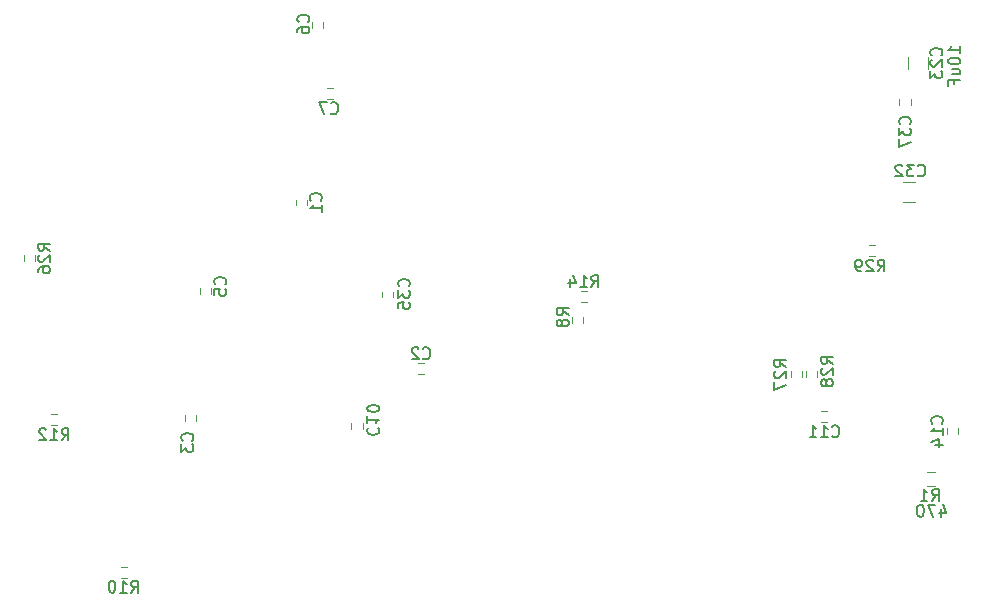
<source format=gbo>
G04 #@! TF.GenerationSoftware,KiCad,Pcbnew,(5.1.2)-1*
G04 #@! TF.CreationDate,2020-02-06T13:24:46+09:00*
G04 #@! TF.ProjectId,o2_breakout,6f325f62-7265-4616-9b6f-75742e6b6963,rev?*
G04 #@! TF.SameCoordinates,Original*
G04 #@! TF.FileFunction,Legend,Bot*
G04 #@! TF.FilePolarity,Positive*
%FSLAX46Y46*%
G04 Gerber Fmt 4.6, Leading zero omitted, Abs format (unit mm)*
G04 Created by KiCad (PCBNEW (5.1.2)-1) date 2020-02-06 13:24:46*
%MOMM*%
%LPD*%
G04 APERTURE LIST*
%ADD10C,0.120000*%
%ADD11C,0.150000*%
G04 APERTURE END LIST*
D10*
X173879700Y-94272000D02*
X174379700Y-94272000D01*
X174379700Y-95212000D02*
X173879700Y-95212000D01*
X169532400Y-104944100D02*
X169532400Y-105444100D01*
X168592400Y-105444100D02*
X168592400Y-104944100D01*
X168262400Y-104944100D02*
X168262400Y-105444100D01*
X167322400Y-105444100D02*
X167322400Y-104944100D01*
X111044800Y-122466200D02*
X110544800Y-122466200D01*
X110544800Y-121526200D02*
X111044800Y-121526200D01*
X103314600Y-95152400D02*
X103314600Y-95652400D01*
X102374600Y-95652400D02*
X102374600Y-95152400D01*
X148780400Y-100864480D02*
X148780400Y-100364480D01*
X149720400Y-100364480D02*
X149720400Y-100864480D01*
X150059200Y-99123600D02*
X149559200Y-99123600D01*
X149559200Y-98183600D02*
X150059200Y-98183600D01*
X105152000Y-109563000D02*
X104652000Y-109563000D01*
X104652000Y-108623000D02*
X105152000Y-108623000D01*
X178796200Y-114709500D02*
X179496200Y-114709500D01*
X179496200Y-113509500D02*
X178796200Y-113509500D01*
X126776380Y-75888660D02*
X126776380Y-75388660D01*
X127716380Y-75388660D02*
X127716380Y-75888660D01*
X178865900Y-78379700D02*
X178865900Y-79379700D01*
X177165900Y-79379700D02*
X177165900Y-78379700D01*
X176481640Y-82446940D02*
X176481640Y-81946940D01*
X177421640Y-81946940D02*
X177421640Y-82446940D01*
X132702200Y-98725800D02*
X132702200Y-98225800D01*
X133642200Y-98225800D02*
X133642200Y-98725800D01*
X177774220Y-90677100D02*
X176774220Y-90677100D01*
X176774220Y-88977100D02*
X177774220Y-88977100D01*
X135716200Y-104305000D02*
X136216200Y-104305000D01*
X136216200Y-105245000D02*
X135716200Y-105245000D01*
X126314300Y-90436800D02*
X126314300Y-90936800D01*
X125374300Y-90936800D02*
X125374300Y-90436800D01*
X180517700Y-110295500D02*
X180517700Y-109795500D01*
X181457700Y-109795500D02*
X181457700Y-110295500D01*
X170383100Y-109309000D02*
X169883100Y-109309000D01*
X169883100Y-108369000D02*
X170383100Y-108369000D01*
X131026000Y-109385200D02*
X131026000Y-109885200D01*
X130086000Y-109885200D02*
X130086000Y-109385200D01*
X117259000Y-98408300D02*
X117259000Y-97908300D01*
X118199000Y-97908300D02*
X118199000Y-98408300D01*
X128494600Y-81965900D02*
X127994600Y-81965900D01*
X127994600Y-81025900D02*
X128494600Y-81025900D01*
X115976300Y-109177900D02*
X115976300Y-108677900D01*
X116916300Y-108677900D02*
X116916300Y-109177900D01*
D11*
X174645557Y-96515180D02*
X174978890Y-96038990D01*
X175216985Y-96515180D02*
X175216985Y-95515180D01*
X174836033Y-95515180D01*
X174740795Y-95562800D01*
X174693176Y-95610419D01*
X174645557Y-95705657D01*
X174645557Y-95848514D01*
X174693176Y-95943752D01*
X174740795Y-95991371D01*
X174836033Y-96038990D01*
X175216985Y-96038990D01*
X174264604Y-95610419D02*
X174216985Y-95562800D01*
X174121747Y-95515180D01*
X173883652Y-95515180D01*
X173788414Y-95562800D01*
X173740795Y-95610419D01*
X173693176Y-95705657D01*
X173693176Y-95800895D01*
X173740795Y-95943752D01*
X174312223Y-96515180D01*
X173693176Y-96515180D01*
X173216985Y-96515180D02*
X173026509Y-96515180D01*
X172931271Y-96467561D01*
X172883652Y-96419942D01*
X172788414Y-96277085D01*
X172740795Y-96086609D01*
X172740795Y-95705657D01*
X172788414Y-95610419D01*
X172836033Y-95562800D01*
X172931271Y-95515180D01*
X173121747Y-95515180D01*
X173216985Y-95562800D01*
X173264604Y-95610419D01*
X173312223Y-95705657D01*
X173312223Y-95943752D01*
X173264604Y-96038990D01*
X173216985Y-96086609D01*
X173121747Y-96134228D01*
X172931271Y-96134228D01*
X172836033Y-96086609D01*
X172788414Y-96038990D01*
X172740795Y-95943752D01*
X170848280Y-104335342D02*
X170372090Y-104002009D01*
X170848280Y-103763914D02*
X169848280Y-103763914D01*
X169848280Y-104144866D01*
X169895900Y-104240104D01*
X169943519Y-104287723D01*
X170038757Y-104335342D01*
X170181614Y-104335342D01*
X170276852Y-104287723D01*
X170324471Y-104240104D01*
X170372090Y-104144866D01*
X170372090Y-103763914D01*
X169943519Y-104716295D02*
X169895900Y-104763914D01*
X169848280Y-104859152D01*
X169848280Y-105097247D01*
X169895900Y-105192485D01*
X169943519Y-105240104D01*
X170038757Y-105287723D01*
X170133995Y-105287723D01*
X170276852Y-105240104D01*
X170848280Y-104668676D01*
X170848280Y-105287723D01*
X170276852Y-105859152D02*
X170229233Y-105763914D01*
X170181614Y-105716295D01*
X170086376Y-105668676D01*
X170038757Y-105668676D01*
X169943519Y-105716295D01*
X169895900Y-105763914D01*
X169848280Y-105859152D01*
X169848280Y-106049628D01*
X169895900Y-106144866D01*
X169943519Y-106192485D01*
X170038757Y-106240104D01*
X170086376Y-106240104D01*
X170181614Y-106192485D01*
X170229233Y-106144866D01*
X170276852Y-106049628D01*
X170276852Y-105859152D01*
X170324471Y-105763914D01*
X170372090Y-105716295D01*
X170467328Y-105668676D01*
X170657804Y-105668676D01*
X170753042Y-105716295D01*
X170800661Y-105763914D01*
X170848280Y-105859152D01*
X170848280Y-106049628D01*
X170800661Y-106144866D01*
X170753042Y-106192485D01*
X170657804Y-106240104D01*
X170467328Y-106240104D01*
X170372090Y-106192485D01*
X170324471Y-106144866D01*
X170276852Y-106049628D01*
X166860480Y-104614742D02*
X166384290Y-104281409D01*
X166860480Y-104043314D02*
X165860480Y-104043314D01*
X165860480Y-104424266D01*
X165908100Y-104519504D01*
X165955719Y-104567123D01*
X166050957Y-104614742D01*
X166193814Y-104614742D01*
X166289052Y-104567123D01*
X166336671Y-104519504D01*
X166384290Y-104424266D01*
X166384290Y-104043314D01*
X165955719Y-104995695D02*
X165908100Y-105043314D01*
X165860480Y-105138552D01*
X165860480Y-105376647D01*
X165908100Y-105471885D01*
X165955719Y-105519504D01*
X166050957Y-105567123D01*
X166146195Y-105567123D01*
X166289052Y-105519504D01*
X166860480Y-104948076D01*
X166860480Y-105567123D01*
X165860480Y-105900457D02*
X165860480Y-106567123D01*
X166860480Y-106138552D01*
X111437657Y-123718580D02*
X111770990Y-123242390D01*
X112009085Y-123718580D02*
X112009085Y-122718580D01*
X111628133Y-122718580D01*
X111532895Y-122766200D01*
X111485276Y-122813819D01*
X111437657Y-122909057D01*
X111437657Y-123051914D01*
X111485276Y-123147152D01*
X111532895Y-123194771D01*
X111628133Y-123242390D01*
X112009085Y-123242390D01*
X110485276Y-123718580D02*
X111056704Y-123718580D01*
X110770990Y-123718580D02*
X110770990Y-122718580D01*
X110866228Y-122861438D01*
X110961466Y-122956676D01*
X111056704Y-123004295D01*
X109866228Y-122718580D02*
X109770990Y-122718580D01*
X109675752Y-122766200D01*
X109628133Y-122813819D01*
X109580514Y-122909057D01*
X109532895Y-123099533D01*
X109532895Y-123337628D01*
X109580514Y-123528104D01*
X109628133Y-123623342D01*
X109675752Y-123670961D01*
X109770990Y-123718580D01*
X109866228Y-123718580D01*
X109961466Y-123670961D01*
X110009085Y-123623342D01*
X110056704Y-123528104D01*
X110104323Y-123337628D01*
X110104323Y-123099533D01*
X110056704Y-122909057D01*
X110009085Y-122813819D01*
X109961466Y-122766200D01*
X109866228Y-122718580D01*
X104566980Y-94759542D02*
X104090790Y-94426209D01*
X104566980Y-94188114D02*
X103566980Y-94188114D01*
X103566980Y-94569066D01*
X103614600Y-94664304D01*
X103662219Y-94711923D01*
X103757457Y-94759542D01*
X103900314Y-94759542D01*
X103995552Y-94711923D01*
X104043171Y-94664304D01*
X104090790Y-94569066D01*
X104090790Y-94188114D01*
X103662219Y-95140495D02*
X103614600Y-95188114D01*
X103566980Y-95283352D01*
X103566980Y-95521447D01*
X103614600Y-95616685D01*
X103662219Y-95664304D01*
X103757457Y-95711923D01*
X103852695Y-95711923D01*
X103995552Y-95664304D01*
X104566980Y-95092876D01*
X104566980Y-95711923D01*
X103566980Y-96569066D02*
X103566980Y-96378590D01*
X103614600Y-96283352D01*
X103662219Y-96235733D01*
X103805076Y-96140495D01*
X103995552Y-96092876D01*
X104376504Y-96092876D01*
X104471742Y-96140495D01*
X104519361Y-96188114D01*
X104566980Y-96283352D01*
X104566980Y-96473828D01*
X104519361Y-96569066D01*
X104471742Y-96616685D01*
X104376504Y-96664304D01*
X104138409Y-96664304D01*
X104043171Y-96616685D01*
X103995552Y-96569066D01*
X103947933Y-96473828D01*
X103947933Y-96283352D01*
X103995552Y-96188114D01*
X104043171Y-96140495D01*
X104138409Y-96092876D01*
X148470880Y-100226833D02*
X147994690Y-99893500D01*
X148470880Y-99655404D02*
X147470880Y-99655404D01*
X147470880Y-100036357D01*
X147518500Y-100131595D01*
X147566119Y-100179214D01*
X147661357Y-100226833D01*
X147804214Y-100226833D01*
X147899452Y-100179214D01*
X147947071Y-100131595D01*
X147994690Y-100036357D01*
X147994690Y-99655404D01*
X147899452Y-100798261D02*
X147851833Y-100703023D01*
X147804214Y-100655404D01*
X147708976Y-100607785D01*
X147661357Y-100607785D01*
X147566119Y-100655404D01*
X147518500Y-100703023D01*
X147470880Y-100798261D01*
X147470880Y-100988738D01*
X147518500Y-101083976D01*
X147566119Y-101131595D01*
X147661357Y-101179214D01*
X147708976Y-101179214D01*
X147804214Y-101131595D01*
X147851833Y-101083976D01*
X147899452Y-100988738D01*
X147899452Y-100798261D01*
X147947071Y-100703023D01*
X147994690Y-100655404D01*
X148089928Y-100607785D01*
X148280404Y-100607785D01*
X148375642Y-100655404D01*
X148423261Y-100703023D01*
X148470880Y-100798261D01*
X148470880Y-100988738D01*
X148423261Y-101083976D01*
X148375642Y-101131595D01*
X148280404Y-101179214D01*
X148089928Y-101179214D01*
X147994690Y-101131595D01*
X147947071Y-101083976D01*
X147899452Y-100988738D01*
X150401257Y-97835980D02*
X150734590Y-97359790D01*
X150972685Y-97835980D02*
X150972685Y-96835980D01*
X150591733Y-96835980D01*
X150496495Y-96883600D01*
X150448876Y-96931219D01*
X150401257Y-97026457D01*
X150401257Y-97169314D01*
X150448876Y-97264552D01*
X150496495Y-97312171D01*
X150591733Y-97359790D01*
X150972685Y-97359790D01*
X149448876Y-97835980D02*
X150020304Y-97835980D01*
X149734590Y-97835980D02*
X149734590Y-96835980D01*
X149829828Y-96978838D01*
X149925066Y-97074076D01*
X150020304Y-97121695D01*
X148591733Y-97169314D02*
X148591733Y-97835980D01*
X148829828Y-96788361D02*
X149067923Y-97502647D01*
X148448876Y-97502647D01*
X105544857Y-110815380D02*
X105878190Y-110339190D01*
X106116285Y-110815380D02*
X106116285Y-109815380D01*
X105735333Y-109815380D01*
X105640095Y-109863000D01*
X105592476Y-109910619D01*
X105544857Y-110005857D01*
X105544857Y-110148714D01*
X105592476Y-110243952D01*
X105640095Y-110291571D01*
X105735333Y-110339190D01*
X106116285Y-110339190D01*
X104592476Y-110815380D02*
X105163904Y-110815380D01*
X104878190Y-110815380D02*
X104878190Y-109815380D01*
X104973428Y-109958238D01*
X105068666Y-110053476D01*
X105163904Y-110101095D01*
X104211523Y-109910619D02*
X104163904Y-109863000D01*
X104068666Y-109815380D01*
X103830571Y-109815380D01*
X103735333Y-109863000D01*
X103687714Y-109910619D01*
X103640095Y-110005857D01*
X103640095Y-110101095D01*
X103687714Y-110243952D01*
X104259142Y-110815380D01*
X103640095Y-110815380D01*
X179236666Y-115953800D02*
X179570000Y-115477610D01*
X179808095Y-115953800D02*
X179808095Y-114953800D01*
X179427142Y-114953800D01*
X179331904Y-115001420D01*
X179284285Y-115049039D01*
X179236666Y-115144277D01*
X179236666Y-115287134D01*
X179284285Y-115382372D01*
X179331904Y-115429991D01*
X179427142Y-115477610D01*
X179808095Y-115477610D01*
X178284285Y-115953800D02*
X178855714Y-115953800D01*
X178570000Y-115953800D02*
X178570000Y-114953800D01*
X178665238Y-115096658D01*
X178760476Y-115191896D01*
X178855714Y-115239515D01*
X179958904Y-116620634D02*
X179958904Y-117287300D01*
X180197000Y-116239681D02*
X180435095Y-116953967D01*
X179816047Y-116953967D01*
X179530333Y-116287300D02*
X178863666Y-116287300D01*
X179292238Y-117287300D01*
X178292238Y-116287300D02*
X178197000Y-116287300D01*
X178101761Y-116334920D01*
X178054142Y-116382539D01*
X178006523Y-116477777D01*
X177958904Y-116668253D01*
X177958904Y-116906348D01*
X178006523Y-117096824D01*
X178054142Y-117192062D01*
X178101761Y-117239681D01*
X178197000Y-117287300D01*
X178292238Y-117287300D01*
X178387476Y-117239681D01*
X178435095Y-117192062D01*
X178482714Y-117096824D01*
X178530333Y-116906348D01*
X178530333Y-116668253D01*
X178482714Y-116477777D01*
X178435095Y-116382539D01*
X178387476Y-116334920D01*
X178292238Y-116287300D01*
X126417342Y-75411033D02*
X126464961Y-75363414D01*
X126512580Y-75220557D01*
X126512580Y-75125319D01*
X126464961Y-74982461D01*
X126369723Y-74887223D01*
X126274485Y-74839604D01*
X126084009Y-74791985D01*
X125941152Y-74791985D01*
X125750676Y-74839604D01*
X125655438Y-74887223D01*
X125560200Y-74982461D01*
X125512580Y-75125319D01*
X125512580Y-75220557D01*
X125560200Y-75363414D01*
X125607819Y-75411033D01*
X125512580Y-76268176D02*
X125512580Y-76077700D01*
X125560200Y-75982461D01*
X125607819Y-75934842D01*
X125750676Y-75839604D01*
X125941152Y-75791985D01*
X126322104Y-75791985D01*
X126417342Y-75839604D01*
X126464961Y-75887223D01*
X126512580Y-75982461D01*
X126512580Y-76172938D01*
X126464961Y-76268176D01*
X126417342Y-76315795D01*
X126322104Y-76363414D01*
X126084009Y-76363414D01*
X125988771Y-76315795D01*
X125941152Y-76268176D01*
X125893533Y-76172938D01*
X125893533Y-75982461D01*
X125941152Y-75887223D01*
X125988771Y-75839604D01*
X126084009Y-75791985D01*
X180011342Y-78231762D02*
X180058961Y-78184143D01*
X180106580Y-78041286D01*
X180106580Y-77946048D01*
X180058961Y-77803191D01*
X179963723Y-77707953D01*
X179868485Y-77660334D01*
X179678009Y-77612715D01*
X179535152Y-77612715D01*
X179344676Y-77660334D01*
X179249438Y-77707953D01*
X179154200Y-77803191D01*
X179106580Y-77946048D01*
X179106580Y-78041286D01*
X179154200Y-78184143D01*
X179201819Y-78231762D01*
X179201819Y-78612715D02*
X179154200Y-78660334D01*
X179106580Y-78755572D01*
X179106580Y-78993667D01*
X179154200Y-79088905D01*
X179201819Y-79136524D01*
X179297057Y-79184143D01*
X179392295Y-79184143D01*
X179535152Y-79136524D01*
X180106580Y-78565096D01*
X180106580Y-79184143D01*
X179106580Y-79517477D02*
X179106580Y-80136524D01*
X179487533Y-79803191D01*
X179487533Y-79946048D01*
X179535152Y-80041286D01*
X179582771Y-80088905D01*
X179678009Y-80136524D01*
X179916104Y-80136524D01*
X180011342Y-80088905D01*
X180058961Y-80041286D01*
X180106580Y-79946048D01*
X180106580Y-79660334D01*
X180058961Y-79565096D01*
X180011342Y-79517477D01*
X181617880Y-78036871D02*
X181617880Y-77465442D01*
X181617880Y-77751157D02*
X180617880Y-77751157D01*
X180760738Y-77655919D01*
X180855976Y-77560680D01*
X180903595Y-77465442D01*
X180617880Y-78655919D02*
X180617880Y-78751157D01*
X180665500Y-78846395D01*
X180713119Y-78894014D01*
X180808357Y-78941633D01*
X180998833Y-78989252D01*
X181236928Y-78989252D01*
X181427404Y-78941633D01*
X181522642Y-78894014D01*
X181570261Y-78846395D01*
X181617880Y-78751157D01*
X181617880Y-78655919D01*
X181570261Y-78560680D01*
X181522642Y-78513061D01*
X181427404Y-78465442D01*
X181236928Y-78417823D01*
X180998833Y-78417823D01*
X180808357Y-78465442D01*
X180713119Y-78513061D01*
X180665500Y-78560680D01*
X180617880Y-78655919D01*
X180951214Y-79846395D02*
X181617880Y-79846395D01*
X180951214Y-79417823D02*
X181475023Y-79417823D01*
X181570261Y-79465442D01*
X181617880Y-79560680D01*
X181617880Y-79703538D01*
X181570261Y-79798776D01*
X181522642Y-79846395D01*
X181094071Y-80655919D02*
X181094071Y-80322585D01*
X181617880Y-80322585D02*
X180617880Y-80322585D01*
X180617880Y-80798776D01*
X177344342Y-84050902D02*
X177391961Y-84003283D01*
X177439580Y-83860426D01*
X177439580Y-83765188D01*
X177391961Y-83622331D01*
X177296723Y-83527093D01*
X177201485Y-83479474D01*
X177011009Y-83431855D01*
X176868152Y-83431855D01*
X176677676Y-83479474D01*
X176582438Y-83527093D01*
X176487200Y-83622331D01*
X176439580Y-83765188D01*
X176439580Y-83860426D01*
X176487200Y-84003283D01*
X176534819Y-84050902D01*
X176439580Y-84384236D02*
X176439580Y-85003283D01*
X176820533Y-84669950D01*
X176820533Y-84812807D01*
X176868152Y-84908045D01*
X176915771Y-84955664D01*
X177011009Y-85003283D01*
X177249104Y-85003283D01*
X177344342Y-84955664D01*
X177391961Y-84908045D01*
X177439580Y-84812807D01*
X177439580Y-84527093D01*
X177391961Y-84431855D01*
X177344342Y-84384236D01*
X176439580Y-85336617D02*
X176439580Y-86003283D01*
X177439580Y-85574712D01*
X134944122Y-97789762D02*
X134991741Y-97742143D01*
X135039360Y-97599286D01*
X135039360Y-97504048D01*
X134991741Y-97361191D01*
X134896503Y-97265953D01*
X134801265Y-97218334D01*
X134610789Y-97170715D01*
X134467932Y-97170715D01*
X134277456Y-97218334D01*
X134182218Y-97265953D01*
X134086980Y-97361191D01*
X134039360Y-97504048D01*
X134039360Y-97599286D01*
X134086980Y-97742143D01*
X134134599Y-97789762D01*
X134039360Y-98123096D02*
X134039360Y-98742143D01*
X134420313Y-98408810D01*
X134420313Y-98551667D01*
X134467932Y-98646905D01*
X134515551Y-98694524D01*
X134610789Y-98742143D01*
X134848884Y-98742143D01*
X134944122Y-98694524D01*
X134991741Y-98646905D01*
X135039360Y-98551667D01*
X135039360Y-98265953D01*
X134991741Y-98170715D01*
X134944122Y-98123096D01*
X134039360Y-99646905D02*
X134039360Y-99170715D01*
X134515551Y-99123096D01*
X134467932Y-99170715D01*
X134420313Y-99265953D01*
X134420313Y-99504048D01*
X134467932Y-99599286D01*
X134515551Y-99646905D01*
X134610789Y-99694524D01*
X134848884Y-99694524D01*
X134944122Y-99646905D01*
X134991741Y-99599286D01*
X135039360Y-99504048D01*
X135039360Y-99265953D01*
X134991741Y-99170715D01*
X134944122Y-99123096D01*
X178044077Y-88380842D02*
X178091696Y-88428461D01*
X178234553Y-88476080D01*
X178329791Y-88476080D01*
X178472648Y-88428461D01*
X178567886Y-88333223D01*
X178615505Y-88237985D01*
X178663124Y-88047509D01*
X178663124Y-87904652D01*
X178615505Y-87714176D01*
X178567886Y-87618938D01*
X178472648Y-87523700D01*
X178329791Y-87476080D01*
X178234553Y-87476080D01*
X178091696Y-87523700D01*
X178044077Y-87571319D01*
X177710743Y-87476080D02*
X177091696Y-87476080D01*
X177425029Y-87857033D01*
X177282172Y-87857033D01*
X177186934Y-87904652D01*
X177139315Y-87952271D01*
X177091696Y-88047509D01*
X177091696Y-88285604D01*
X177139315Y-88380842D01*
X177186934Y-88428461D01*
X177282172Y-88476080D01*
X177567886Y-88476080D01*
X177663124Y-88428461D01*
X177710743Y-88380842D01*
X176710743Y-87571319D02*
X176663124Y-87523700D01*
X176567886Y-87476080D01*
X176329791Y-87476080D01*
X176234553Y-87523700D01*
X176186934Y-87571319D01*
X176139315Y-87666557D01*
X176139315Y-87761795D01*
X176186934Y-87904652D01*
X176758362Y-88476080D01*
X176139315Y-88476080D01*
X136132866Y-103862142D02*
X136180485Y-103909761D01*
X136323342Y-103957380D01*
X136418580Y-103957380D01*
X136561438Y-103909761D01*
X136656676Y-103814523D01*
X136704295Y-103719285D01*
X136751914Y-103528809D01*
X136751914Y-103385952D01*
X136704295Y-103195476D01*
X136656676Y-103100238D01*
X136561438Y-103005000D01*
X136418580Y-102957380D01*
X136323342Y-102957380D01*
X136180485Y-103005000D01*
X136132866Y-103052619D01*
X135751914Y-103052619D02*
X135704295Y-103005000D01*
X135609057Y-102957380D01*
X135370961Y-102957380D01*
X135275723Y-103005000D01*
X135228104Y-103052619D01*
X135180485Y-103147857D01*
X135180485Y-103243095D01*
X135228104Y-103385952D01*
X135799533Y-103957380D01*
X135180485Y-103957380D01*
X127471442Y-90520133D02*
X127519061Y-90472514D01*
X127566680Y-90329657D01*
X127566680Y-90234419D01*
X127519061Y-90091561D01*
X127423823Y-89996323D01*
X127328585Y-89948704D01*
X127138109Y-89901085D01*
X126995252Y-89901085D01*
X126804776Y-89948704D01*
X126709538Y-89996323D01*
X126614300Y-90091561D01*
X126566680Y-90234419D01*
X126566680Y-90329657D01*
X126614300Y-90472514D01*
X126661919Y-90520133D01*
X127566680Y-91472514D02*
X127566680Y-90901085D01*
X127566680Y-91186800D02*
X126566680Y-91186800D01*
X126709538Y-91091561D01*
X126804776Y-90996323D01*
X126852395Y-90901085D01*
X180074842Y-109402642D02*
X180122461Y-109355023D01*
X180170080Y-109212166D01*
X180170080Y-109116928D01*
X180122461Y-108974071D01*
X180027223Y-108878833D01*
X179931985Y-108831214D01*
X179741509Y-108783595D01*
X179598652Y-108783595D01*
X179408176Y-108831214D01*
X179312938Y-108878833D01*
X179217700Y-108974071D01*
X179170080Y-109116928D01*
X179170080Y-109212166D01*
X179217700Y-109355023D01*
X179265319Y-109402642D01*
X180170080Y-110355023D02*
X180170080Y-109783595D01*
X180170080Y-110069309D02*
X179170080Y-110069309D01*
X179312938Y-109974071D01*
X179408176Y-109878833D01*
X179455795Y-109783595D01*
X179503414Y-111212166D02*
X180170080Y-111212166D01*
X179122461Y-110974071D02*
X179836747Y-110735976D01*
X179836747Y-111355023D01*
X170775957Y-110466142D02*
X170823576Y-110513761D01*
X170966433Y-110561380D01*
X171061671Y-110561380D01*
X171204528Y-110513761D01*
X171299766Y-110418523D01*
X171347385Y-110323285D01*
X171395004Y-110132809D01*
X171395004Y-109989952D01*
X171347385Y-109799476D01*
X171299766Y-109704238D01*
X171204528Y-109609000D01*
X171061671Y-109561380D01*
X170966433Y-109561380D01*
X170823576Y-109609000D01*
X170775957Y-109656619D01*
X169823576Y-110561380D02*
X170395004Y-110561380D01*
X170109290Y-110561380D02*
X170109290Y-109561380D01*
X170204528Y-109704238D01*
X170299766Y-109799476D01*
X170395004Y-109847095D01*
X168871195Y-110561380D02*
X169442623Y-110561380D01*
X169156909Y-110561380D02*
X169156909Y-109561380D01*
X169252147Y-109704238D01*
X169347385Y-109799476D01*
X169442623Y-109847095D01*
X131527277Y-109758717D02*
X131479658Y-109806336D01*
X131432039Y-109949193D01*
X131432039Y-110044431D01*
X131479658Y-110187288D01*
X131574896Y-110282526D01*
X131670134Y-110330145D01*
X131860610Y-110377764D01*
X132003467Y-110377764D01*
X132193943Y-110330145D01*
X132289181Y-110282526D01*
X132384420Y-110187288D01*
X132432039Y-110044431D01*
X132432039Y-109949193D01*
X132384420Y-109806336D01*
X132336800Y-109758717D01*
X131432039Y-108806336D02*
X131432039Y-109377764D01*
X131432039Y-109092050D02*
X132432039Y-109092050D01*
X132289181Y-109187288D01*
X132193943Y-109282526D01*
X132146324Y-109377764D01*
X132432039Y-108187288D02*
X132432039Y-108092050D01*
X132384420Y-107996812D01*
X132336800Y-107949193D01*
X132241562Y-107901574D01*
X132051086Y-107853955D01*
X131812991Y-107853955D01*
X131622515Y-107901574D01*
X131527277Y-107949193D01*
X131479658Y-107996812D01*
X131432039Y-108092050D01*
X131432039Y-108187288D01*
X131479658Y-108282526D01*
X131527277Y-108330145D01*
X131622515Y-108377764D01*
X131812991Y-108425383D01*
X132051086Y-108425383D01*
X132241562Y-108377764D01*
X132336800Y-108330145D01*
X132384420Y-108282526D01*
X132432039Y-108187288D01*
X119381542Y-97610633D02*
X119429161Y-97563014D01*
X119476780Y-97420157D01*
X119476780Y-97324919D01*
X119429161Y-97182061D01*
X119333923Y-97086823D01*
X119238685Y-97039204D01*
X119048209Y-96991585D01*
X118905352Y-96991585D01*
X118714876Y-97039204D01*
X118619638Y-97086823D01*
X118524400Y-97182061D01*
X118476780Y-97324919D01*
X118476780Y-97420157D01*
X118524400Y-97563014D01*
X118572019Y-97610633D01*
X118476780Y-98515395D02*
X118476780Y-98039204D01*
X118952971Y-97991585D01*
X118905352Y-98039204D01*
X118857733Y-98134442D01*
X118857733Y-98372538D01*
X118905352Y-98467776D01*
X118952971Y-98515395D01*
X119048209Y-98563014D01*
X119286304Y-98563014D01*
X119381542Y-98515395D01*
X119429161Y-98467776D01*
X119476780Y-98372538D01*
X119476780Y-98134442D01*
X119429161Y-98039204D01*
X119381542Y-97991585D01*
X128337606Y-83107802D02*
X128385225Y-83155421D01*
X128528082Y-83203040D01*
X128623320Y-83203040D01*
X128766178Y-83155421D01*
X128861416Y-83060183D01*
X128909035Y-82964945D01*
X128956654Y-82774469D01*
X128956654Y-82631612D01*
X128909035Y-82441136D01*
X128861416Y-82345898D01*
X128766178Y-82250660D01*
X128623320Y-82203040D01*
X128528082Y-82203040D01*
X128385225Y-82250660D01*
X128337606Y-82298279D01*
X128004273Y-82203040D02*
X127337606Y-82203040D01*
X127766178Y-83203040D01*
X116600242Y-110844033D02*
X116647861Y-110796414D01*
X116695480Y-110653557D01*
X116695480Y-110558319D01*
X116647861Y-110415461D01*
X116552623Y-110320223D01*
X116457385Y-110272604D01*
X116266909Y-110224985D01*
X116124052Y-110224985D01*
X115933576Y-110272604D01*
X115838338Y-110320223D01*
X115743100Y-110415461D01*
X115695480Y-110558319D01*
X115695480Y-110653557D01*
X115743100Y-110796414D01*
X115790719Y-110844033D01*
X115695480Y-111177366D02*
X115695480Y-111796414D01*
X116076433Y-111463080D01*
X116076433Y-111605938D01*
X116124052Y-111701176D01*
X116171671Y-111748795D01*
X116266909Y-111796414D01*
X116505004Y-111796414D01*
X116600242Y-111748795D01*
X116647861Y-111701176D01*
X116695480Y-111605938D01*
X116695480Y-111320223D01*
X116647861Y-111224985D01*
X116600242Y-111177366D01*
M02*

</source>
